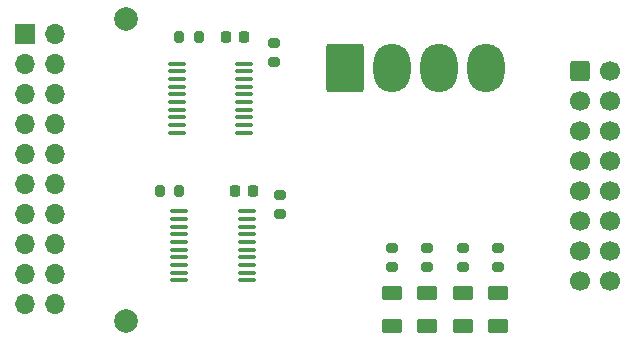
<source format=gts>
G04 #@! TF.GenerationSoftware,KiCad,Pcbnew,8.0.8-8.0.8-0~ubuntu22.04.1*
G04 #@! TF.CreationDate,2025-01-23T22:17:41+01:00*
G04 #@! TF.ProjectId,glm5va,676c6d35-7661-42e6-9b69-6361645f7063,v1.0*
G04 #@! TF.SameCoordinates,Original*
G04 #@! TF.FileFunction,Soldermask,Top*
G04 #@! TF.FilePolarity,Negative*
%FSLAX46Y46*%
G04 Gerber Fmt 4.6, Leading zero omitted, Abs format (unit mm)*
G04 Created by KiCad (PCBNEW 8.0.8-8.0.8-0~ubuntu22.04.1) date 2025-01-23 22:17:41*
%MOMM*%
%LPD*%
G01*
G04 APERTURE LIST*
G04 Aperture macros list*
%AMRoundRect*
0 Rectangle with rounded corners*
0 $1 Rounding radius*
0 $2 $3 $4 $5 $6 $7 $8 $9 X,Y pos of 4 corners*
0 Add a 4 corners polygon primitive as box body*
4,1,4,$2,$3,$4,$5,$6,$7,$8,$9,$2,$3,0*
0 Add four circle primitives for the rounded corners*
1,1,$1+$1,$2,$3*
1,1,$1+$1,$4,$5*
1,1,$1+$1,$6,$7*
1,1,$1+$1,$8,$9*
0 Add four rect primitives between the rounded corners*
20,1,$1+$1,$2,$3,$4,$5,0*
20,1,$1+$1,$4,$5,$6,$7,0*
20,1,$1+$1,$6,$7,$8,$9,0*
20,1,$1+$1,$8,$9,$2,$3,0*%
G04 Aperture macros list end*
%ADD10RoundRect,0.250000X-0.600000X-0.600000X0.600000X-0.600000X0.600000X0.600000X-0.600000X0.600000X0*%
%ADD11C,1.700000*%
%ADD12R,1.700000X1.700000*%
%ADD13O,1.700000X1.700000*%
%ADD14RoundRect,0.225000X-0.225000X-0.250000X0.225000X-0.250000X0.225000X0.250000X-0.225000X0.250000X0*%
%ADD15RoundRect,0.200000X0.200000X0.275000X-0.200000X0.275000X-0.200000X-0.275000X0.200000X-0.275000X0*%
%ADD16RoundRect,0.250000X-0.625000X0.375000X-0.625000X-0.375000X0.625000X-0.375000X0.625000X0.375000X0*%
%ADD17RoundRect,0.200000X0.275000X-0.200000X0.275000X0.200000X-0.275000X0.200000X-0.275000X-0.200000X0*%
%ADD18C,2.000000*%
%ADD19RoundRect,0.100000X-0.637500X-0.100000X0.637500X-0.100000X0.637500X0.100000X-0.637500X0.100000X0*%
%ADD20RoundRect,0.250000X-1.330000X-1.800000X1.330000X-1.800000X1.330000X1.800000X-1.330000X1.800000X0*%
%ADD21O,3.160000X4.100000*%
G04 APERTURE END LIST*
D10*
X166960000Y-76880000D03*
D11*
X169500000Y-76880000D03*
X166960000Y-79420000D03*
X169500000Y-79420000D03*
X166960000Y-81960000D03*
X169500000Y-81960000D03*
X166960000Y-84500000D03*
X169500000Y-84500000D03*
X166960000Y-87040000D03*
X169500000Y-87040000D03*
X166960000Y-89580000D03*
X169500000Y-89580000D03*
X166960000Y-92120000D03*
X169500000Y-92120000D03*
X166960000Y-94660000D03*
X169500000Y-94660000D03*
D12*
X119960000Y-73760000D03*
D13*
X122500000Y-73760000D03*
X119960000Y-76300000D03*
X122500000Y-76300000D03*
X119960000Y-78840000D03*
X122500000Y-78840000D03*
X119960000Y-81380000D03*
X122500000Y-81380000D03*
X119960000Y-83920000D03*
X122500000Y-83920000D03*
X119960000Y-86460000D03*
X122500000Y-86460000D03*
X119960000Y-89000000D03*
X122500000Y-89000000D03*
X119960000Y-91540000D03*
X122500000Y-91540000D03*
X119960000Y-94080000D03*
X122500000Y-94080000D03*
X119960000Y-96620000D03*
X122500000Y-96620000D03*
D14*
X137725000Y-87000000D03*
X139275000Y-87000000D03*
D15*
X134650000Y-74000000D03*
X133000000Y-74000000D03*
D16*
X157000000Y-95700000D03*
X157000000Y-98500000D03*
X151000000Y-95700000D03*
X151000000Y-98500000D03*
D15*
X133000000Y-87000000D03*
X131350000Y-87000000D03*
D17*
X141500000Y-89000000D03*
X141500000Y-87350000D03*
X154000000Y-93500000D03*
X154000000Y-91850000D03*
D18*
X128500000Y-72500000D03*
D17*
X151000000Y-93500000D03*
X151000000Y-91850000D03*
X160000000Y-93500000D03*
X160000000Y-91850000D03*
D19*
X133000000Y-88750000D03*
X133000000Y-89400000D03*
X133000000Y-90050000D03*
X133000000Y-90700000D03*
X133000000Y-91350000D03*
X133000000Y-92000000D03*
X133000000Y-92650000D03*
X133000000Y-93300000D03*
X133000000Y-93950000D03*
X133000000Y-94600000D03*
X138725000Y-94600000D03*
X138725000Y-93950000D03*
X138725000Y-93300000D03*
X138725000Y-92650000D03*
X138725000Y-92000000D03*
X138725000Y-91350000D03*
X138725000Y-90700000D03*
X138725000Y-90050000D03*
X138725000Y-89400000D03*
X138725000Y-88750000D03*
D20*
X147060000Y-76605000D03*
D21*
X151020000Y-76605000D03*
X154980000Y-76605000D03*
X158940000Y-76605000D03*
D18*
X128500000Y-98000000D03*
D16*
X160000000Y-95700000D03*
X160000000Y-98500000D03*
D17*
X141000000Y-76150000D03*
X141000000Y-74500000D03*
X157000000Y-93500000D03*
X157000000Y-91850000D03*
D19*
X132775000Y-76250000D03*
X132775000Y-76900000D03*
X132775000Y-77550000D03*
X132775000Y-78200000D03*
X132775000Y-78850000D03*
X132775000Y-79500000D03*
X132775000Y-80150000D03*
X132775000Y-80800000D03*
X132775000Y-81450000D03*
X132775000Y-82100000D03*
X138500000Y-82100000D03*
X138500000Y-81450000D03*
X138500000Y-80800000D03*
X138500000Y-80150000D03*
X138500000Y-79500000D03*
X138500000Y-78850000D03*
X138500000Y-78200000D03*
X138500000Y-77550000D03*
X138500000Y-76900000D03*
X138500000Y-76250000D03*
D16*
X154000000Y-95700000D03*
X154000000Y-98500000D03*
D14*
X136950000Y-74000000D03*
X138500000Y-74000000D03*
M02*

</source>
